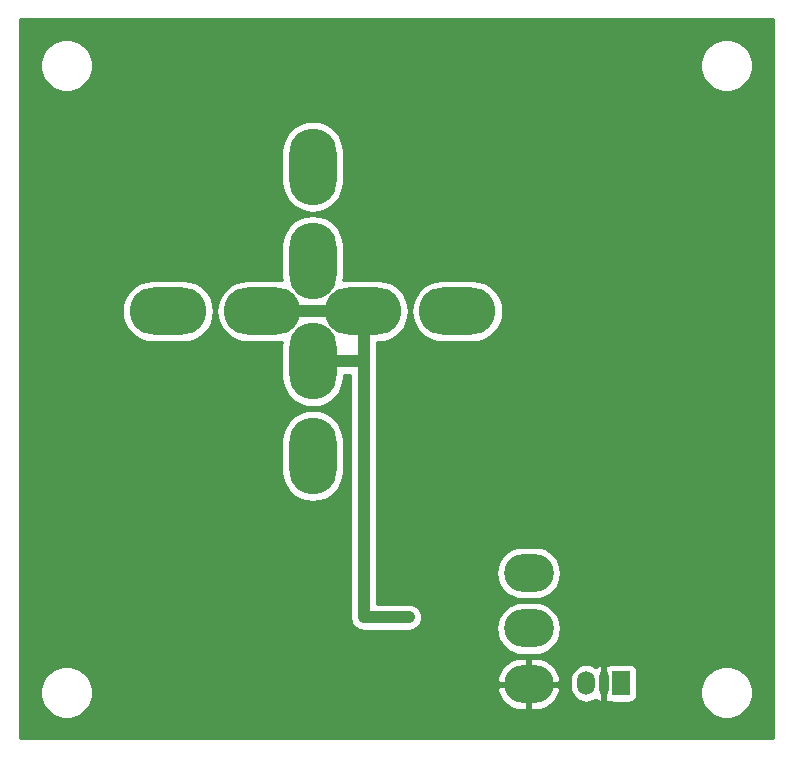
<source format=gtl>
%TF.GenerationSoftware,KiCad,Pcbnew,(5.1.8)-1*%
%TF.CreationDate,2021-11-19T10:40:59+01:00*%
%TF.ProjectId,Base,42617365-2e6b-4696-9361-645f70636258,rev?*%
%TF.SameCoordinates,Original*%
%TF.FileFunction,Copper,L1,Top*%
%TF.FilePolarity,Positive*%
%FSLAX46Y46*%
G04 Gerber Fmt 4.6, Leading zero omitted, Abs format (unit mm)*
G04 Created by KiCad (PCBNEW (5.1.8)-1) date 2021-11-19 10:40:59*
%MOMM*%
%LPD*%
G01*
G04 APERTURE LIST*
%TA.AperFunction,ComponentPad*%
%ADD10O,4.200000X3.200000*%
%TD*%
%TA.AperFunction,ComponentPad*%
%ADD11R,1.500000X2.000000*%
%TD*%
%TA.AperFunction,ComponentPad*%
%ADD12O,1.500000X2.000000*%
%TD*%
%TA.AperFunction,ComponentPad*%
%ADD13O,0.900000X2.000000*%
%TD*%
%TA.AperFunction,ComponentPad*%
%ADD14O,4.000000X6.500000*%
%TD*%
%TA.AperFunction,ComponentPad*%
%ADD15O,6.500000X4.000000*%
%TD*%
%TA.AperFunction,ViaPad*%
%ADD16C,1.500000*%
%TD*%
%TA.AperFunction,ViaPad*%
%ADD17C,0.800000*%
%TD*%
%TA.AperFunction,ViaPad*%
%ADD18C,1.000000*%
%TD*%
%TA.AperFunction,Conductor*%
%ADD19C,1.000000*%
%TD*%
%TA.AperFunction,Conductor*%
%ADD20C,0.254000*%
%TD*%
%TA.AperFunction,Conductor*%
%ADD21C,0.100000*%
%TD*%
G04 APERTURE END LIST*
D10*
%TO.P,SW1,3*%
%TO.N,GND2*%
X155408000Y-114579500D03*
%TO.P,SW1,2*%
%TO.N,Net-(BT3-Pad2)*%
X155408000Y-119279500D03*
%TO.P,SW1,1*%
%TO.N,GND*%
X155408000Y-123979500D03*
%TD*%
D11*
%TO.P,U4,1*%
%TO.N,+5V*%
X163230000Y-123914000D03*
D12*
%TO.P,U4,3*%
%TO.N,VCC*%
X160290000Y-123914000D03*
D13*
%TO.P,U4,2*%
%TO.N,GND*%
X161760000Y-123914000D03*
%TD*%
D14*
%TO.P,C7,6*%
%TO.N,/LED_MATRIX_2*%
X137122000Y-104668000D03*
%TO.P,C7,5*%
%TO.N,VCC*%
X137122000Y-96668000D03*
%TO.P,C7,2*%
%TO.N,/LED_MATRIX_4*%
X137122000Y-80168000D03*
%TO.P,C7,1*%
%TO.N,VCC*%
X137122000Y-88168000D03*
D15*
%TO.P,C7,8*%
%TO.N,/LED_MATRIX_1*%
X124872000Y-92418000D03*
%TO.P,C7,7*%
%TO.N,VCC*%
X132872000Y-92418000D03*
%TO.P,C7,4*%
%TO.N,/LED_MATRIX_3*%
X149372000Y-92418000D03*
%TO.P,C7,3*%
%TO.N,VCC*%
X141372000Y-92418000D03*
%TD*%
D16*
%TO.N,GND*%
X145504000Y-106388000D03*
X146393000Y-85687000D03*
D17*
X171691400Y-119926200D03*
X173825000Y-96355000D03*
D16*
X144361000Y-98387000D03*
X140932000Y-77686000D03*
D18*
%TO.N,VCC*%
X142710000Y-118326000D03*
X143980000Y-118326000D03*
X145250000Y-118326000D03*
X141440000Y-118326000D03*
%TD*%
D19*
%TO.N,VCC*%
X141372000Y-92418000D02*
X132677000Y-92418000D01*
X141254000Y-96668000D02*
X141440000Y-96482000D01*
X137122000Y-96668000D02*
X141254000Y-96668000D01*
X141440000Y-96482000D02*
X141440000Y-92418000D01*
X141440000Y-114125101D02*
X141440000Y-96482000D01*
X141440000Y-114125101D02*
X141440000Y-118326000D01*
X141440000Y-118326000D02*
X142710000Y-118326000D01*
X142710000Y-118326000D02*
X143980000Y-118326000D01*
X143980000Y-118326000D02*
X145250000Y-118326000D01*
%TD*%
D20*
%TO.N,GND*%
X176086000Y-128588000D02*
X112382000Y-128588000D01*
X112382000Y-124455872D01*
X114059000Y-124455872D01*
X114059000Y-124896128D01*
X114144890Y-125327925D01*
X114313369Y-125734669D01*
X114557962Y-126100729D01*
X114869271Y-126412038D01*
X115235331Y-126656631D01*
X115642075Y-126825110D01*
X116073872Y-126911000D01*
X116514128Y-126911000D01*
X116945925Y-126825110D01*
X117352669Y-126656631D01*
X117718729Y-126412038D01*
X118030038Y-126100729D01*
X118274631Y-125734669D01*
X118443110Y-125327925D01*
X118529000Y-124896128D01*
X118529000Y-124455872D01*
X118528629Y-124454003D01*
X152723950Y-124454003D01*
X152794527Y-124717465D01*
X152979107Y-125115603D01*
X153237813Y-125470081D01*
X153560703Y-125767277D01*
X153935369Y-125995770D01*
X154347413Y-126146779D01*
X154781000Y-126214500D01*
X155281000Y-126214500D01*
X155281000Y-124106500D01*
X155535000Y-124106500D01*
X155535000Y-126214500D01*
X156035000Y-126214500D01*
X156468587Y-126146779D01*
X156880631Y-125995770D01*
X157255297Y-125767277D01*
X157578187Y-125470081D01*
X157836893Y-125115603D01*
X158021473Y-124717465D01*
X158092050Y-124454003D01*
X157980362Y-124106500D01*
X155535000Y-124106500D01*
X155281000Y-124106500D01*
X152835638Y-124106500D01*
X152723950Y-124454003D01*
X118528629Y-124454003D01*
X118443110Y-124024075D01*
X118274631Y-123617331D01*
X118199572Y-123504997D01*
X152723950Y-123504997D01*
X152835638Y-123852500D01*
X155281000Y-123852500D01*
X155281000Y-121744500D01*
X155535000Y-121744500D01*
X155535000Y-123852500D01*
X157980362Y-123852500D01*
X158062813Y-123595963D01*
X158905000Y-123595963D01*
X158905000Y-124232036D01*
X158925040Y-124435506D01*
X159004236Y-124696580D01*
X159132843Y-124937187D01*
X159305919Y-125148080D01*
X159516812Y-125321157D01*
X159757419Y-125449764D01*
X160018493Y-125528960D01*
X160290000Y-125555701D01*
X160561506Y-125528960D01*
X160822580Y-125449764D01*
X161063187Y-125321157D01*
X161073749Y-125312489D01*
X161082592Y-125321014D01*
X161262803Y-125436702D01*
X161465999Y-125508408D01*
X161633000Y-125381502D01*
X161633000Y-124507899D01*
X161654960Y-124435507D01*
X161675000Y-124232037D01*
X161675000Y-123595964D01*
X161654960Y-123392494D01*
X161633000Y-123320102D01*
X161633000Y-122914000D01*
X161841928Y-122914000D01*
X161841928Y-124914000D01*
X161854188Y-125038482D01*
X161887000Y-125146649D01*
X161887000Y-125381502D01*
X162054001Y-125508408D01*
X162169046Y-125467810D01*
X162235820Y-125503502D01*
X162355518Y-125539812D01*
X162480000Y-125552072D01*
X163980000Y-125552072D01*
X164104482Y-125539812D01*
X164224180Y-125503502D01*
X164334494Y-125444537D01*
X164431185Y-125365185D01*
X164510537Y-125268494D01*
X164569502Y-125158180D01*
X164605812Y-125038482D01*
X164618072Y-124914000D01*
X164618072Y-124455872D01*
X169939000Y-124455872D01*
X169939000Y-124896128D01*
X170024890Y-125327925D01*
X170193369Y-125734669D01*
X170437962Y-126100729D01*
X170749271Y-126412038D01*
X171115331Y-126656631D01*
X171522075Y-126825110D01*
X171953872Y-126911000D01*
X172394128Y-126911000D01*
X172825925Y-126825110D01*
X173232669Y-126656631D01*
X173598729Y-126412038D01*
X173910038Y-126100729D01*
X174154631Y-125734669D01*
X174323110Y-125327925D01*
X174409000Y-124896128D01*
X174409000Y-124455872D01*
X174323110Y-124024075D01*
X174154631Y-123617331D01*
X173910038Y-123251271D01*
X173598729Y-122939962D01*
X173232669Y-122695369D01*
X172825925Y-122526890D01*
X172394128Y-122441000D01*
X171953872Y-122441000D01*
X171522075Y-122526890D01*
X171115331Y-122695369D01*
X170749271Y-122939962D01*
X170437962Y-123251271D01*
X170193369Y-123617331D01*
X170024890Y-124024075D01*
X169939000Y-124455872D01*
X164618072Y-124455872D01*
X164618072Y-122914000D01*
X164605812Y-122789518D01*
X164569502Y-122669820D01*
X164510537Y-122559506D01*
X164431185Y-122462815D01*
X164334494Y-122383463D01*
X164224180Y-122324498D01*
X164104482Y-122288188D01*
X163980000Y-122275928D01*
X162480000Y-122275928D01*
X162355518Y-122288188D01*
X162235820Y-122324498D01*
X162169046Y-122360190D01*
X162054001Y-122319592D01*
X161887000Y-122446498D01*
X161887000Y-122681351D01*
X161854188Y-122789518D01*
X161841928Y-122914000D01*
X161633000Y-122914000D01*
X161633000Y-122446498D01*
X161465999Y-122319592D01*
X161262803Y-122391298D01*
X161082592Y-122506986D01*
X161073749Y-122515510D01*
X161063188Y-122506843D01*
X160822581Y-122378236D01*
X160561507Y-122299040D01*
X160290000Y-122272299D01*
X160018494Y-122299040D01*
X159757420Y-122378236D01*
X159516813Y-122506843D01*
X159305920Y-122679919D01*
X159132843Y-122890812D01*
X159004236Y-123131419D01*
X158925040Y-123392493D01*
X158905000Y-123595963D01*
X158062813Y-123595963D01*
X158092050Y-123504997D01*
X158021473Y-123241535D01*
X157836893Y-122843397D01*
X157578187Y-122488919D01*
X157255297Y-122191723D01*
X156880631Y-121963230D01*
X156468587Y-121812221D01*
X156035000Y-121744500D01*
X155535000Y-121744500D01*
X155281000Y-121744500D01*
X154781000Y-121744500D01*
X154347413Y-121812221D01*
X153935369Y-121963230D01*
X153560703Y-122191723D01*
X153237813Y-122488919D01*
X152979107Y-122843397D01*
X152794527Y-123241535D01*
X152723950Y-123504997D01*
X118199572Y-123504997D01*
X118030038Y-123251271D01*
X117718729Y-122939962D01*
X117352669Y-122695369D01*
X116945925Y-122526890D01*
X116514128Y-122441000D01*
X116073872Y-122441000D01*
X115642075Y-122526890D01*
X115235331Y-122695369D01*
X114869271Y-122939962D01*
X114557962Y-123251271D01*
X114313369Y-123617331D01*
X114144890Y-124024075D01*
X114059000Y-124455872D01*
X112382000Y-124455872D01*
X112382000Y-103288559D01*
X134487000Y-103288559D01*
X134487000Y-106047442D01*
X134525127Y-106434550D01*
X134675799Y-106931250D01*
X134920478Y-107389011D01*
X135249760Y-107790241D01*
X135650990Y-108119523D01*
X136108751Y-108364201D01*
X136605451Y-108514873D01*
X137122000Y-108565749D01*
X137638550Y-108514873D01*
X138135250Y-108364201D01*
X138593011Y-108119523D01*
X138994241Y-107790241D01*
X139323523Y-107389011D01*
X139568201Y-106931250D01*
X139718873Y-106434550D01*
X139757000Y-106047442D01*
X139757000Y-103288558D01*
X139718873Y-102901450D01*
X139568201Y-102404750D01*
X139323523Y-101946989D01*
X138994241Y-101545759D01*
X138593010Y-101216477D01*
X138135249Y-100971799D01*
X137638549Y-100821127D01*
X137122000Y-100770251D01*
X136605450Y-100821127D01*
X136108750Y-100971799D01*
X135650989Y-101216477D01*
X135249759Y-101545759D01*
X134920477Y-101946990D01*
X134675799Y-102404751D01*
X134525127Y-102901451D01*
X134487000Y-103288559D01*
X112382000Y-103288559D01*
X112382000Y-92418000D01*
X120974251Y-92418000D01*
X121025127Y-92934550D01*
X121175799Y-93431250D01*
X121420477Y-93889011D01*
X121749759Y-94290241D01*
X122150989Y-94619523D01*
X122608750Y-94864201D01*
X123105450Y-95014873D01*
X123492558Y-95053000D01*
X126251442Y-95053000D01*
X126638550Y-95014873D01*
X127135250Y-94864201D01*
X127593011Y-94619523D01*
X127994241Y-94290241D01*
X128323523Y-93889011D01*
X128568201Y-93431250D01*
X128718873Y-92934550D01*
X128769749Y-92418000D01*
X128974251Y-92418000D01*
X129025127Y-92934550D01*
X129175799Y-93431250D01*
X129420477Y-93889011D01*
X129749759Y-94290241D01*
X130150989Y-94619523D01*
X130608750Y-94864201D01*
X131105450Y-95014873D01*
X131492558Y-95053000D01*
X134251442Y-95053000D01*
X134512735Y-95027265D01*
X134487000Y-95288559D01*
X134487000Y-98047442D01*
X134525127Y-98434550D01*
X134675799Y-98931250D01*
X134920478Y-99389011D01*
X135249760Y-99790241D01*
X135650990Y-100119523D01*
X136108751Y-100364201D01*
X136605451Y-100514873D01*
X137122000Y-100565749D01*
X137638550Y-100514873D01*
X138135250Y-100364201D01*
X138593011Y-100119523D01*
X138994241Y-99790241D01*
X139323523Y-99389011D01*
X139568201Y-98931250D01*
X139718873Y-98434550D01*
X139757000Y-98047442D01*
X139757000Y-97803000D01*
X140305001Y-97803000D01*
X140305000Y-114069349D01*
X140305000Y-114069350D01*
X140305001Y-118214207D01*
X140305000Y-118214212D01*
X140305000Y-118270248D01*
X140299509Y-118326000D01*
X140305000Y-118381752D01*
X140305000Y-118437788D01*
X140315932Y-118492747D01*
X140321423Y-118548499D01*
X140337685Y-118602106D01*
X140348617Y-118657067D01*
X140370063Y-118708842D01*
X140386324Y-118762447D01*
X140412731Y-118811851D01*
X140434176Y-118863624D01*
X140465307Y-118910214D01*
X140491716Y-118959623D01*
X140527259Y-119002932D01*
X140558388Y-119049520D01*
X140598009Y-119089141D01*
X140633551Y-119132449D01*
X140676859Y-119167991D01*
X140716480Y-119207612D01*
X140763068Y-119238741D01*
X140806377Y-119274284D01*
X140855786Y-119300693D01*
X140902376Y-119331824D01*
X140954149Y-119353269D01*
X141003553Y-119379676D01*
X141057158Y-119395937D01*
X141108933Y-119417383D01*
X141163894Y-119428315D01*
X141217501Y-119444577D01*
X141273253Y-119450068D01*
X141328212Y-119461000D01*
X141384249Y-119461000D01*
X141440000Y-119466491D01*
X141495752Y-119461000D01*
X145361788Y-119461000D01*
X145416747Y-119450068D01*
X145472499Y-119444577D01*
X145526106Y-119428315D01*
X145581067Y-119417383D01*
X145632842Y-119395937D01*
X145686447Y-119379676D01*
X145735851Y-119353269D01*
X145787624Y-119331824D01*
X145834214Y-119300693D01*
X145873864Y-119279500D01*
X152662186Y-119279500D01*
X152705339Y-119717637D01*
X152833138Y-120138936D01*
X153040674Y-120527207D01*
X153319970Y-120867530D01*
X153660293Y-121146826D01*
X154048564Y-121354362D01*
X154469863Y-121482161D01*
X154798204Y-121514500D01*
X156017796Y-121514500D01*
X156346137Y-121482161D01*
X156767436Y-121354362D01*
X157155707Y-121146826D01*
X157496030Y-120867530D01*
X157775326Y-120527207D01*
X157982862Y-120138936D01*
X158110661Y-119717637D01*
X158153814Y-119279500D01*
X158110661Y-118841363D01*
X157982862Y-118420064D01*
X157775326Y-118031793D01*
X157496030Y-117691470D01*
X157155707Y-117412174D01*
X156767436Y-117204638D01*
X156346137Y-117076839D01*
X156017796Y-117044500D01*
X154798204Y-117044500D01*
X154469863Y-117076839D01*
X154048564Y-117204638D01*
X153660293Y-117412174D01*
X153319970Y-117691470D01*
X153040674Y-118031793D01*
X152833138Y-118420064D01*
X152705339Y-118841363D01*
X152662186Y-119279500D01*
X145873864Y-119279500D01*
X145883623Y-119274284D01*
X145926932Y-119238741D01*
X145973520Y-119207612D01*
X146013141Y-119167991D01*
X146056449Y-119132449D01*
X146091991Y-119089141D01*
X146131612Y-119049520D01*
X146162741Y-119002932D01*
X146198284Y-118959623D01*
X146224693Y-118910214D01*
X146255824Y-118863624D01*
X146277269Y-118811851D01*
X146303676Y-118762447D01*
X146319937Y-118708842D01*
X146341383Y-118657067D01*
X146352315Y-118602106D01*
X146368577Y-118548499D01*
X146374068Y-118492747D01*
X146385000Y-118437788D01*
X146385000Y-118381752D01*
X146390491Y-118326000D01*
X146385000Y-118270248D01*
X146385000Y-118214212D01*
X146374068Y-118159253D01*
X146368577Y-118103501D01*
X146352315Y-118049894D01*
X146341383Y-117994933D01*
X146319937Y-117943158D01*
X146303676Y-117889553D01*
X146277269Y-117840149D01*
X146255824Y-117788376D01*
X146224693Y-117741786D01*
X146198284Y-117692377D01*
X146162741Y-117649068D01*
X146131612Y-117602480D01*
X146091991Y-117562859D01*
X146056449Y-117519551D01*
X146013141Y-117484009D01*
X145973520Y-117444388D01*
X145926932Y-117413259D01*
X145883623Y-117377716D01*
X145834214Y-117351307D01*
X145787624Y-117320176D01*
X145735851Y-117298731D01*
X145686447Y-117272324D01*
X145632842Y-117256063D01*
X145581067Y-117234617D01*
X145526106Y-117223685D01*
X145472499Y-117207423D01*
X145416747Y-117201932D01*
X145361788Y-117191000D01*
X142575000Y-117191000D01*
X142575000Y-114579500D01*
X152662186Y-114579500D01*
X152705339Y-115017637D01*
X152833138Y-115438936D01*
X153040674Y-115827207D01*
X153319970Y-116167530D01*
X153660293Y-116446826D01*
X154048564Y-116654362D01*
X154469863Y-116782161D01*
X154798204Y-116814500D01*
X156017796Y-116814500D01*
X156346137Y-116782161D01*
X156767436Y-116654362D01*
X157155707Y-116446826D01*
X157496030Y-116167530D01*
X157775326Y-115827207D01*
X157982862Y-115438936D01*
X158110661Y-115017637D01*
X158153814Y-114579500D01*
X158110661Y-114141363D01*
X157982862Y-113720064D01*
X157775326Y-113331793D01*
X157496030Y-112991470D01*
X157155707Y-112712174D01*
X156767436Y-112504638D01*
X156346137Y-112376839D01*
X156017796Y-112344500D01*
X154798204Y-112344500D01*
X154469863Y-112376839D01*
X154048564Y-112504638D01*
X153660293Y-112712174D01*
X153319970Y-112991470D01*
X153040674Y-113331793D01*
X152833138Y-113720064D01*
X152705339Y-114141363D01*
X152662186Y-114579500D01*
X142575000Y-114579500D01*
X142575000Y-96537751D01*
X142580491Y-96482000D01*
X142575000Y-96426248D01*
X142575000Y-95053000D01*
X142751442Y-95053000D01*
X143138550Y-95014873D01*
X143635250Y-94864201D01*
X144093011Y-94619523D01*
X144494241Y-94290241D01*
X144823523Y-93889011D01*
X145068201Y-93431250D01*
X145218873Y-92934550D01*
X145269749Y-92418000D01*
X145474251Y-92418000D01*
X145525127Y-92934550D01*
X145675799Y-93431250D01*
X145920477Y-93889011D01*
X146249759Y-94290241D01*
X146650989Y-94619523D01*
X147108750Y-94864201D01*
X147605450Y-95014873D01*
X147992558Y-95053000D01*
X150751442Y-95053000D01*
X151138550Y-95014873D01*
X151635250Y-94864201D01*
X152093011Y-94619523D01*
X152494241Y-94290241D01*
X152823523Y-93889011D01*
X153068201Y-93431250D01*
X153218873Y-92934550D01*
X153269749Y-92418000D01*
X153218873Y-91901450D01*
X153068201Y-91404750D01*
X152823523Y-90946989D01*
X152494241Y-90545759D01*
X152093011Y-90216477D01*
X151635250Y-89971799D01*
X151138550Y-89821127D01*
X150751442Y-89783000D01*
X147992558Y-89783000D01*
X147605450Y-89821127D01*
X147108750Y-89971799D01*
X146650989Y-90216477D01*
X146249759Y-90545759D01*
X145920477Y-90946989D01*
X145675799Y-91404750D01*
X145525127Y-91901450D01*
X145474251Y-92418000D01*
X145269749Y-92418000D01*
X145218873Y-91901450D01*
X145068201Y-91404750D01*
X144823523Y-90946989D01*
X144494241Y-90545759D01*
X144093011Y-90216477D01*
X143635250Y-89971799D01*
X143138550Y-89821127D01*
X142751442Y-89783000D01*
X139992558Y-89783000D01*
X139731265Y-89808735D01*
X139757000Y-89547442D01*
X139757000Y-86788558D01*
X139718873Y-86401450D01*
X139568201Y-85904750D01*
X139323523Y-85446989D01*
X138994241Y-85045759D01*
X138593010Y-84716477D01*
X138135249Y-84471799D01*
X137638549Y-84321127D01*
X137122000Y-84270251D01*
X136605450Y-84321127D01*
X136108750Y-84471799D01*
X135650989Y-84716477D01*
X135249759Y-85045759D01*
X134920477Y-85446990D01*
X134675799Y-85904751D01*
X134525127Y-86401451D01*
X134487000Y-86788559D01*
X134487000Y-89547442D01*
X134512735Y-89808735D01*
X134251442Y-89783000D01*
X131492558Y-89783000D01*
X131105450Y-89821127D01*
X130608750Y-89971799D01*
X130150989Y-90216477D01*
X129749759Y-90545759D01*
X129420477Y-90946989D01*
X129175799Y-91404750D01*
X129025127Y-91901450D01*
X128974251Y-92418000D01*
X128769749Y-92418000D01*
X128718873Y-91901450D01*
X128568201Y-91404750D01*
X128323523Y-90946989D01*
X127994241Y-90545759D01*
X127593011Y-90216477D01*
X127135250Y-89971799D01*
X126638550Y-89821127D01*
X126251442Y-89783000D01*
X123492558Y-89783000D01*
X123105450Y-89821127D01*
X122608750Y-89971799D01*
X122150989Y-90216477D01*
X121749759Y-90545759D01*
X121420477Y-90946989D01*
X121175799Y-91404750D01*
X121025127Y-91901450D01*
X120974251Y-92418000D01*
X112382000Y-92418000D01*
X112382000Y-78788559D01*
X134487000Y-78788559D01*
X134487000Y-81547442D01*
X134525127Y-81934550D01*
X134675799Y-82431250D01*
X134920478Y-82889011D01*
X135249760Y-83290241D01*
X135650990Y-83619523D01*
X136108751Y-83864201D01*
X136605451Y-84014873D01*
X137122000Y-84065749D01*
X137638550Y-84014873D01*
X138135250Y-83864201D01*
X138593011Y-83619523D01*
X138994241Y-83290241D01*
X139323523Y-82889011D01*
X139568201Y-82431250D01*
X139718873Y-81934550D01*
X139757000Y-81547442D01*
X139757000Y-78788558D01*
X139718873Y-78401450D01*
X139568201Y-77904750D01*
X139323523Y-77446989D01*
X138994241Y-77045759D01*
X138593010Y-76716477D01*
X138135249Y-76471799D01*
X137638549Y-76321127D01*
X137122000Y-76270251D01*
X136605450Y-76321127D01*
X136108750Y-76471799D01*
X135650989Y-76716477D01*
X135249759Y-77045759D01*
X134920477Y-77446990D01*
X134675799Y-77904751D01*
X134525127Y-78401451D01*
X134487000Y-78788559D01*
X112382000Y-78788559D01*
X112382000Y-71369872D01*
X114059000Y-71369872D01*
X114059000Y-71810128D01*
X114144890Y-72241925D01*
X114313369Y-72648669D01*
X114557962Y-73014729D01*
X114869271Y-73326038D01*
X115235331Y-73570631D01*
X115642075Y-73739110D01*
X116073872Y-73825000D01*
X116514128Y-73825000D01*
X116945925Y-73739110D01*
X117352669Y-73570631D01*
X117718729Y-73326038D01*
X118030038Y-73014729D01*
X118274631Y-72648669D01*
X118443110Y-72241925D01*
X118529000Y-71810128D01*
X118529000Y-71369872D01*
X169939000Y-71369872D01*
X169939000Y-71810128D01*
X170024890Y-72241925D01*
X170193369Y-72648669D01*
X170437962Y-73014729D01*
X170749271Y-73326038D01*
X171115331Y-73570631D01*
X171522075Y-73739110D01*
X171953872Y-73825000D01*
X172394128Y-73825000D01*
X172825925Y-73739110D01*
X173232669Y-73570631D01*
X173598729Y-73326038D01*
X173910038Y-73014729D01*
X174154631Y-72648669D01*
X174323110Y-72241925D01*
X174409000Y-71810128D01*
X174409000Y-71369872D01*
X174323110Y-70938075D01*
X174154631Y-70531331D01*
X173910038Y-70165271D01*
X173598729Y-69853962D01*
X173232669Y-69609369D01*
X172825925Y-69440890D01*
X172394128Y-69355000D01*
X171953872Y-69355000D01*
X171522075Y-69440890D01*
X171115331Y-69609369D01*
X170749271Y-69853962D01*
X170437962Y-70165271D01*
X170193369Y-70531331D01*
X170024890Y-70938075D01*
X169939000Y-71369872D01*
X118529000Y-71369872D01*
X118443110Y-70938075D01*
X118274631Y-70531331D01*
X118030038Y-70165271D01*
X117718729Y-69853962D01*
X117352669Y-69609369D01*
X116945925Y-69440890D01*
X116514128Y-69355000D01*
X116073872Y-69355000D01*
X115642075Y-69440890D01*
X115235331Y-69609369D01*
X114869271Y-69853962D01*
X114557962Y-70165271D01*
X114313369Y-70531331D01*
X114144890Y-70938075D01*
X114059000Y-71369872D01*
X112382000Y-71369872D01*
X112382000Y-67678000D01*
X176086001Y-67678000D01*
X176086000Y-128588000D01*
%TA.AperFunction,Conductor*%
D21*
G36*
X176086000Y-128588000D02*
G01*
X112382000Y-128588000D01*
X112382000Y-124455872D01*
X114059000Y-124455872D01*
X114059000Y-124896128D01*
X114144890Y-125327925D01*
X114313369Y-125734669D01*
X114557962Y-126100729D01*
X114869271Y-126412038D01*
X115235331Y-126656631D01*
X115642075Y-126825110D01*
X116073872Y-126911000D01*
X116514128Y-126911000D01*
X116945925Y-126825110D01*
X117352669Y-126656631D01*
X117718729Y-126412038D01*
X118030038Y-126100729D01*
X118274631Y-125734669D01*
X118443110Y-125327925D01*
X118529000Y-124896128D01*
X118529000Y-124455872D01*
X118528629Y-124454003D01*
X152723950Y-124454003D01*
X152794527Y-124717465D01*
X152979107Y-125115603D01*
X153237813Y-125470081D01*
X153560703Y-125767277D01*
X153935369Y-125995770D01*
X154347413Y-126146779D01*
X154781000Y-126214500D01*
X155281000Y-126214500D01*
X155281000Y-124106500D01*
X155535000Y-124106500D01*
X155535000Y-126214500D01*
X156035000Y-126214500D01*
X156468587Y-126146779D01*
X156880631Y-125995770D01*
X157255297Y-125767277D01*
X157578187Y-125470081D01*
X157836893Y-125115603D01*
X158021473Y-124717465D01*
X158092050Y-124454003D01*
X157980362Y-124106500D01*
X155535000Y-124106500D01*
X155281000Y-124106500D01*
X152835638Y-124106500D01*
X152723950Y-124454003D01*
X118528629Y-124454003D01*
X118443110Y-124024075D01*
X118274631Y-123617331D01*
X118199572Y-123504997D01*
X152723950Y-123504997D01*
X152835638Y-123852500D01*
X155281000Y-123852500D01*
X155281000Y-121744500D01*
X155535000Y-121744500D01*
X155535000Y-123852500D01*
X157980362Y-123852500D01*
X158062813Y-123595963D01*
X158905000Y-123595963D01*
X158905000Y-124232036D01*
X158925040Y-124435506D01*
X159004236Y-124696580D01*
X159132843Y-124937187D01*
X159305919Y-125148080D01*
X159516812Y-125321157D01*
X159757419Y-125449764D01*
X160018493Y-125528960D01*
X160290000Y-125555701D01*
X160561506Y-125528960D01*
X160822580Y-125449764D01*
X161063187Y-125321157D01*
X161073749Y-125312489D01*
X161082592Y-125321014D01*
X161262803Y-125436702D01*
X161465999Y-125508408D01*
X161633000Y-125381502D01*
X161633000Y-124507899D01*
X161654960Y-124435507D01*
X161675000Y-124232037D01*
X161675000Y-123595964D01*
X161654960Y-123392494D01*
X161633000Y-123320102D01*
X161633000Y-122914000D01*
X161841928Y-122914000D01*
X161841928Y-124914000D01*
X161854188Y-125038482D01*
X161887000Y-125146649D01*
X161887000Y-125381502D01*
X162054001Y-125508408D01*
X162169046Y-125467810D01*
X162235820Y-125503502D01*
X162355518Y-125539812D01*
X162480000Y-125552072D01*
X163980000Y-125552072D01*
X164104482Y-125539812D01*
X164224180Y-125503502D01*
X164334494Y-125444537D01*
X164431185Y-125365185D01*
X164510537Y-125268494D01*
X164569502Y-125158180D01*
X164605812Y-125038482D01*
X164618072Y-124914000D01*
X164618072Y-124455872D01*
X169939000Y-124455872D01*
X169939000Y-124896128D01*
X170024890Y-125327925D01*
X170193369Y-125734669D01*
X170437962Y-126100729D01*
X170749271Y-126412038D01*
X171115331Y-126656631D01*
X171522075Y-126825110D01*
X171953872Y-126911000D01*
X172394128Y-126911000D01*
X172825925Y-126825110D01*
X173232669Y-126656631D01*
X173598729Y-126412038D01*
X173910038Y-126100729D01*
X174154631Y-125734669D01*
X174323110Y-125327925D01*
X174409000Y-124896128D01*
X174409000Y-124455872D01*
X174323110Y-124024075D01*
X174154631Y-123617331D01*
X173910038Y-123251271D01*
X173598729Y-122939962D01*
X173232669Y-122695369D01*
X172825925Y-122526890D01*
X172394128Y-122441000D01*
X171953872Y-122441000D01*
X171522075Y-122526890D01*
X171115331Y-122695369D01*
X170749271Y-122939962D01*
X170437962Y-123251271D01*
X170193369Y-123617331D01*
X170024890Y-124024075D01*
X169939000Y-124455872D01*
X164618072Y-124455872D01*
X164618072Y-122914000D01*
X164605812Y-122789518D01*
X164569502Y-122669820D01*
X164510537Y-122559506D01*
X164431185Y-122462815D01*
X164334494Y-122383463D01*
X164224180Y-122324498D01*
X164104482Y-122288188D01*
X163980000Y-122275928D01*
X162480000Y-122275928D01*
X162355518Y-122288188D01*
X162235820Y-122324498D01*
X162169046Y-122360190D01*
X162054001Y-122319592D01*
X161887000Y-122446498D01*
X161887000Y-122681351D01*
X161854188Y-122789518D01*
X161841928Y-122914000D01*
X161633000Y-122914000D01*
X161633000Y-122446498D01*
X161465999Y-122319592D01*
X161262803Y-122391298D01*
X161082592Y-122506986D01*
X161073749Y-122515510D01*
X161063188Y-122506843D01*
X160822581Y-122378236D01*
X160561507Y-122299040D01*
X160290000Y-122272299D01*
X160018494Y-122299040D01*
X159757420Y-122378236D01*
X159516813Y-122506843D01*
X159305920Y-122679919D01*
X159132843Y-122890812D01*
X159004236Y-123131419D01*
X158925040Y-123392493D01*
X158905000Y-123595963D01*
X158062813Y-123595963D01*
X158092050Y-123504997D01*
X158021473Y-123241535D01*
X157836893Y-122843397D01*
X157578187Y-122488919D01*
X157255297Y-122191723D01*
X156880631Y-121963230D01*
X156468587Y-121812221D01*
X156035000Y-121744500D01*
X155535000Y-121744500D01*
X155281000Y-121744500D01*
X154781000Y-121744500D01*
X154347413Y-121812221D01*
X153935369Y-121963230D01*
X153560703Y-122191723D01*
X153237813Y-122488919D01*
X152979107Y-122843397D01*
X152794527Y-123241535D01*
X152723950Y-123504997D01*
X118199572Y-123504997D01*
X118030038Y-123251271D01*
X117718729Y-122939962D01*
X117352669Y-122695369D01*
X116945925Y-122526890D01*
X116514128Y-122441000D01*
X116073872Y-122441000D01*
X115642075Y-122526890D01*
X115235331Y-122695369D01*
X114869271Y-122939962D01*
X114557962Y-123251271D01*
X114313369Y-123617331D01*
X114144890Y-124024075D01*
X114059000Y-124455872D01*
X112382000Y-124455872D01*
X112382000Y-103288559D01*
X134487000Y-103288559D01*
X134487000Y-106047442D01*
X134525127Y-106434550D01*
X134675799Y-106931250D01*
X134920478Y-107389011D01*
X135249760Y-107790241D01*
X135650990Y-108119523D01*
X136108751Y-108364201D01*
X136605451Y-108514873D01*
X137122000Y-108565749D01*
X137638550Y-108514873D01*
X138135250Y-108364201D01*
X138593011Y-108119523D01*
X138994241Y-107790241D01*
X139323523Y-107389011D01*
X139568201Y-106931250D01*
X139718873Y-106434550D01*
X139757000Y-106047442D01*
X139757000Y-103288558D01*
X139718873Y-102901450D01*
X139568201Y-102404750D01*
X139323523Y-101946989D01*
X138994241Y-101545759D01*
X138593010Y-101216477D01*
X138135249Y-100971799D01*
X137638549Y-100821127D01*
X137122000Y-100770251D01*
X136605450Y-100821127D01*
X136108750Y-100971799D01*
X135650989Y-101216477D01*
X135249759Y-101545759D01*
X134920477Y-101946990D01*
X134675799Y-102404751D01*
X134525127Y-102901451D01*
X134487000Y-103288559D01*
X112382000Y-103288559D01*
X112382000Y-92418000D01*
X120974251Y-92418000D01*
X121025127Y-92934550D01*
X121175799Y-93431250D01*
X121420477Y-93889011D01*
X121749759Y-94290241D01*
X122150989Y-94619523D01*
X122608750Y-94864201D01*
X123105450Y-95014873D01*
X123492558Y-95053000D01*
X126251442Y-95053000D01*
X126638550Y-95014873D01*
X127135250Y-94864201D01*
X127593011Y-94619523D01*
X127994241Y-94290241D01*
X128323523Y-93889011D01*
X128568201Y-93431250D01*
X128718873Y-92934550D01*
X128769749Y-92418000D01*
X128974251Y-92418000D01*
X129025127Y-92934550D01*
X129175799Y-93431250D01*
X129420477Y-93889011D01*
X129749759Y-94290241D01*
X130150989Y-94619523D01*
X130608750Y-94864201D01*
X131105450Y-95014873D01*
X131492558Y-95053000D01*
X134251442Y-95053000D01*
X134512735Y-95027265D01*
X134487000Y-95288559D01*
X134487000Y-98047442D01*
X134525127Y-98434550D01*
X134675799Y-98931250D01*
X134920478Y-99389011D01*
X135249760Y-99790241D01*
X135650990Y-100119523D01*
X136108751Y-100364201D01*
X136605451Y-100514873D01*
X137122000Y-100565749D01*
X137638550Y-100514873D01*
X138135250Y-100364201D01*
X138593011Y-100119523D01*
X138994241Y-99790241D01*
X139323523Y-99389011D01*
X139568201Y-98931250D01*
X139718873Y-98434550D01*
X139757000Y-98047442D01*
X139757000Y-97803000D01*
X140305001Y-97803000D01*
X140305000Y-114069349D01*
X140305000Y-114069350D01*
X140305001Y-118214207D01*
X140305000Y-118214212D01*
X140305000Y-118270248D01*
X140299509Y-118326000D01*
X140305000Y-118381752D01*
X140305000Y-118437788D01*
X140315932Y-118492747D01*
X140321423Y-118548499D01*
X140337685Y-118602106D01*
X140348617Y-118657067D01*
X140370063Y-118708842D01*
X140386324Y-118762447D01*
X140412731Y-118811851D01*
X140434176Y-118863624D01*
X140465307Y-118910214D01*
X140491716Y-118959623D01*
X140527259Y-119002932D01*
X140558388Y-119049520D01*
X140598009Y-119089141D01*
X140633551Y-119132449D01*
X140676859Y-119167991D01*
X140716480Y-119207612D01*
X140763068Y-119238741D01*
X140806377Y-119274284D01*
X140855786Y-119300693D01*
X140902376Y-119331824D01*
X140954149Y-119353269D01*
X141003553Y-119379676D01*
X141057158Y-119395937D01*
X141108933Y-119417383D01*
X141163894Y-119428315D01*
X141217501Y-119444577D01*
X141273253Y-119450068D01*
X141328212Y-119461000D01*
X141384249Y-119461000D01*
X141440000Y-119466491D01*
X141495752Y-119461000D01*
X145361788Y-119461000D01*
X145416747Y-119450068D01*
X145472499Y-119444577D01*
X145526106Y-119428315D01*
X145581067Y-119417383D01*
X145632842Y-119395937D01*
X145686447Y-119379676D01*
X145735851Y-119353269D01*
X145787624Y-119331824D01*
X145834214Y-119300693D01*
X145873864Y-119279500D01*
X152662186Y-119279500D01*
X152705339Y-119717637D01*
X152833138Y-120138936D01*
X153040674Y-120527207D01*
X153319970Y-120867530D01*
X153660293Y-121146826D01*
X154048564Y-121354362D01*
X154469863Y-121482161D01*
X154798204Y-121514500D01*
X156017796Y-121514500D01*
X156346137Y-121482161D01*
X156767436Y-121354362D01*
X157155707Y-121146826D01*
X157496030Y-120867530D01*
X157775326Y-120527207D01*
X157982862Y-120138936D01*
X158110661Y-119717637D01*
X158153814Y-119279500D01*
X158110661Y-118841363D01*
X157982862Y-118420064D01*
X157775326Y-118031793D01*
X157496030Y-117691470D01*
X157155707Y-117412174D01*
X156767436Y-117204638D01*
X156346137Y-117076839D01*
X156017796Y-117044500D01*
X154798204Y-117044500D01*
X154469863Y-117076839D01*
X154048564Y-117204638D01*
X153660293Y-117412174D01*
X153319970Y-117691470D01*
X153040674Y-118031793D01*
X152833138Y-118420064D01*
X152705339Y-118841363D01*
X152662186Y-119279500D01*
X145873864Y-119279500D01*
X145883623Y-119274284D01*
X145926932Y-119238741D01*
X145973520Y-119207612D01*
X146013141Y-119167991D01*
X146056449Y-119132449D01*
X146091991Y-119089141D01*
X146131612Y-119049520D01*
X146162741Y-119002932D01*
X146198284Y-118959623D01*
X146224693Y-118910214D01*
X146255824Y-118863624D01*
X146277269Y-118811851D01*
X146303676Y-118762447D01*
X146319937Y-118708842D01*
X146341383Y-118657067D01*
X146352315Y-118602106D01*
X146368577Y-118548499D01*
X146374068Y-118492747D01*
X146385000Y-118437788D01*
X146385000Y-118381752D01*
X146390491Y-118326000D01*
X146385000Y-118270248D01*
X146385000Y-118214212D01*
X146374068Y-118159253D01*
X146368577Y-118103501D01*
X146352315Y-118049894D01*
X146341383Y-117994933D01*
X146319937Y-117943158D01*
X146303676Y-117889553D01*
X146277269Y-117840149D01*
X146255824Y-117788376D01*
X146224693Y-117741786D01*
X146198284Y-117692377D01*
X146162741Y-117649068D01*
X146131612Y-117602480D01*
X146091991Y-117562859D01*
X146056449Y-117519551D01*
X146013141Y-117484009D01*
X145973520Y-117444388D01*
X145926932Y-117413259D01*
X145883623Y-117377716D01*
X145834214Y-117351307D01*
X145787624Y-117320176D01*
X145735851Y-117298731D01*
X145686447Y-117272324D01*
X145632842Y-117256063D01*
X145581067Y-117234617D01*
X145526106Y-117223685D01*
X145472499Y-117207423D01*
X145416747Y-117201932D01*
X145361788Y-117191000D01*
X142575000Y-117191000D01*
X142575000Y-114579500D01*
X152662186Y-114579500D01*
X152705339Y-115017637D01*
X152833138Y-115438936D01*
X153040674Y-115827207D01*
X153319970Y-116167530D01*
X153660293Y-116446826D01*
X154048564Y-116654362D01*
X154469863Y-116782161D01*
X154798204Y-116814500D01*
X156017796Y-116814500D01*
X156346137Y-116782161D01*
X156767436Y-116654362D01*
X157155707Y-116446826D01*
X157496030Y-116167530D01*
X157775326Y-115827207D01*
X157982862Y-115438936D01*
X158110661Y-115017637D01*
X158153814Y-114579500D01*
X158110661Y-114141363D01*
X157982862Y-113720064D01*
X157775326Y-113331793D01*
X157496030Y-112991470D01*
X157155707Y-112712174D01*
X156767436Y-112504638D01*
X156346137Y-112376839D01*
X156017796Y-112344500D01*
X154798204Y-112344500D01*
X154469863Y-112376839D01*
X154048564Y-112504638D01*
X153660293Y-112712174D01*
X153319970Y-112991470D01*
X153040674Y-113331793D01*
X152833138Y-113720064D01*
X152705339Y-114141363D01*
X152662186Y-114579500D01*
X142575000Y-114579500D01*
X142575000Y-96537751D01*
X142580491Y-96482000D01*
X142575000Y-96426248D01*
X142575000Y-95053000D01*
X142751442Y-95053000D01*
X143138550Y-95014873D01*
X143635250Y-94864201D01*
X144093011Y-94619523D01*
X144494241Y-94290241D01*
X144823523Y-93889011D01*
X145068201Y-93431250D01*
X145218873Y-92934550D01*
X145269749Y-92418000D01*
X145474251Y-92418000D01*
X145525127Y-92934550D01*
X145675799Y-93431250D01*
X145920477Y-93889011D01*
X146249759Y-94290241D01*
X146650989Y-94619523D01*
X147108750Y-94864201D01*
X147605450Y-95014873D01*
X147992558Y-95053000D01*
X150751442Y-95053000D01*
X151138550Y-95014873D01*
X151635250Y-94864201D01*
X152093011Y-94619523D01*
X152494241Y-94290241D01*
X152823523Y-93889011D01*
X153068201Y-93431250D01*
X153218873Y-92934550D01*
X153269749Y-92418000D01*
X153218873Y-91901450D01*
X153068201Y-91404750D01*
X152823523Y-90946989D01*
X152494241Y-90545759D01*
X152093011Y-90216477D01*
X151635250Y-89971799D01*
X151138550Y-89821127D01*
X150751442Y-89783000D01*
X147992558Y-89783000D01*
X147605450Y-89821127D01*
X147108750Y-89971799D01*
X146650989Y-90216477D01*
X146249759Y-90545759D01*
X145920477Y-90946989D01*
X145675799Y-91404750D01*
X145525127Y-91901450D01*
X145474251Y-92418000D01*
X145269749Y-92418000D01*
X145218873Y-91901450D01*
X145068201Y-91404750D01*
X144823523Y-90946989D01*
X144494241Y-90545759D01*
X144093011Y-90216477D01*
X143635250Y-89971799D01*
X143138550Y-89821127D01*
X142751442Y-89783000D01*
X139992558Y-89783000D01*
X139731265Y-89808735D01*
X139757000Y-89547442D01*
X139757000Y-86788558D01*
X139718873Y-86401450D01*
X139568201Y-85904750D01*
X139323523Y-85446989D01*
X138994241Y-85045759D01*
X138593010Y-84716477D01*
X138135249Y-84471799D01*
X137638549Y-84321127D01*
X137122000Y-84270251D01*
X136605450Y-84321127D01*
X136108750Y-84471799D01*
X135650989Y-84716477D01*
X135249759Y-85045759D01*
X134920477Y-85446990D01*
X134675799Y-85904751D01*
X134525127Y-86401451D01*
X134487000Y-86788559D01*
X134487000Y-89547442D01*
X134512735Y-89808735D01*
X134251442Y-89783000D01*
X131492558Y-89783000D01*
X131105450Y-89821127D01*
X130608750Y-89971799D01*
X130150989Y-90216477D01*
X129749759Y-90545759D01*
X129420477Y-90946989D01*
X129175799Y-91404750D01*
X129025127Y-91901450D01*
X128974251Y-92418000D01*
X128769749Y-92418000D01*
X128718873Y-91901450D01*
X128568201Y-91404750D01*
X128323523Y-90946989D01*
X127994241Y-90545759D01*
X127593011Y-90216477D01*
X127135250Y-89971799D01*
X126638550Y-89821127D01*
X126251442Y-89783000D01*
X123492558Y-89783000D01*
X123105450Y-89821127D01*
X122608750Y-89971799D01*
X122150989Y-90216477D01*
X121749759Y-90545759D01*
X121420477Y-90946989D01*
X121175799Y-91404750D01*
X121025127Y-91901450D01*
X120974251Y-92418000D01*
X112382000Y-92418000D01*
X112382000Y-78788559D01*
X134487000Y-78788559D01*
X134487000Y-81547442D01*
X134525127Y-81934550D01*
X134675799Y-82431250D01*
X134920478Y-82889011D01*
X135249760Y-83290241D01*
X135650990Y-83619523D01*
X136108751Y-83864201D01*
X136605451Y-84014873D01*
X137122000Y-84065749D01*
X137638550Y-84014873D01*
X138135250Y-83864201D01*
X138593011Y-83619523D01*
X138994241Y-83290241D01*
X139323523Y-82889011D01*
X139568201Y-82431250D01*
X139718873Y-81934550D01*
X139757000Y-81547442D01*
X139757000Y-78788558D01*
X139718873Y-78401450D01*
X139568201Y-77904750D01*
X139323523Y-77446989D01*
X138994241Y-77045759D01*
X138593010Y-76716477D01*
X138135249Y-76471799D01*
X137638549Y-76321127D01*
X137122000Y-76270251D01*
X136605450Y-76321127D01*
X136108750Y-76471799D01*
X135650989Y-76716477D01*
X135249759Y-77045759D01*
X134920477Y-77446990D01*
X134675799Y-77904751D01*
X134525127Y-78401451D01*
X134487000Y-78788559D01*
X112382000Y-78788559D01*
X112382000Y-71369872D01*
X114059000Y-71369872D01*
X114059000Y-71810128D01*
X114144890Y-72241925D01*
X114313369Y-72648669D01*
X114557962Y-73014729D01*
X114869271Y-73326038D01*
X115235331Y-73570631D01*
X115642075Y-73739110D01*
X116073872Y-73825000D01*
X116514128Y-73825000D01*
X116945925Y-73739110D01*
X117352669Y-73570631D01*
X117718729Y-73326038D01*
X118030038Y-73014729D01*
X118274631Y-72648669D01*
X118443110Y-72241925D01*
X118529000Y-71810128D01*
X118529000Y-71369872D01*
X169939000Y-71369872D01*
X169939000Y-71810128D01*
X170024890Y-72241925D01*
X170193369Y-72648669D01*
X170437962Y-73014729D01*
X170749271Y-73326038D01*
X171115331Y-73570631D01*
X171522075Y-73739110D01*
X171953872Y-73825000D01*
X172394128Y-73825000D01*
X172825925Y-73739110D01*
X173232669Y-73570631D01*
X173598729Y-73326038D01*
X173910038Y-73014729D01*
X174154631Y-72648669D01*
X174323110Y-72241925D01*
X174409000Y-71810128D01*
X174409000Y-71369872D01*
X174323110Y-70938075D01*
X174154631Y-70531331D01*
X173910038Y-70165271D01*
X173598729Y-69853962D01*
X173232669Y-69609369D01*
X172825925Y-69440890D01*
X172394128Y-69355000D01*
X171953872Y-69355000D01*
X171522075Y-69440890D01*
X171115331Y-69609369D01*
X170749271Y-69853962D01*
X170437962Y-70165271D01*
X170193369Y-70531331D01*
X170024890Y-70938075D01*
X169939000Y-71369872D01*
X118529000Y-71369872D01*
X118443110Y-70938075D01*
X118274631Y-70531331D01*
X118030038Y-70165271D01*
X117718729Y-69853962D01*
X117352669Y-69609369D01*
X116945925Y-69440890D01*
X116514128Y-69355000D01*
X116073872Y-69355000D01*
X115642075Y-69440890D01*
X115235331Y-69609369D01*
X114869271Y-69853962D01*
X114557962Y-70165271D01*
X114313369Y-70531331D01*
X114144890Y-70938075D01*
X114059000Y-71369872D01*
X112382000Y-71369872D01*
X112382000Y-67678000D01*
X176086001Y-67678000D01*
X176086000Y-128588000D01*
G37*
%TD.AperFunction*%
%TD*%
M02*

</source>
